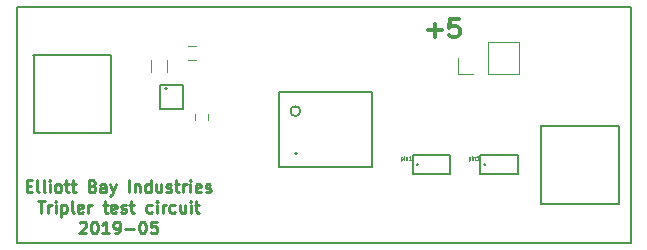
<source format=gto>
G04 #@! TF.GenerationSoftware,KiCad,Pcbnew,(5.0.1)-4*
G04 #@! TF.CreationDate,2019-05-20T12:55:45-07:00*
G04 #@! TF.ProjectId,Tripler_circuit,547269706C65725F636972637569742E,rev?*
G04 #@! TF.SameCoordinates,Original*
G04 #@! TF.FileFunction,Legend,Top*
G04 #@! TF.FilePolarity,Positive*
%FSLAX46Y46*%
G04 Gerber Fmt 4.6, Leading zero omitted, Abs format (unit mm)*
G04 Created by KiCad (PCBNEW (5.0.1)-4) date 5/20/2019 12:55:45 PM*
%MOMM*%
%LPD*%
G01*
G04 APERTURE LIST*
%ADD10C,0.300000*%
%ADD11C,0.250000*%
%ADD12C,0.200000*%
%ADD13C,0.150000*%
%ADD14C,0.120000*%
%ADD15C,0.050000*%
G04 APERTURE END LIST*
D10*
X134864285Y-84007142D02*
X136007142Y-84007142D01*
X135435714Y-84578571D02*
X135435714Y-83435714D01*
X137435714Y-83078571D02*
X136721428Y-83078571D01*
X136650000Y-83792857D01*
X136721428Y-83721428D01*
X136864285Y-83650000D01*
X137221428Y-83650000D01*
X137364285Y-83721428D01*
X137435714Y-83792857D01*
X137507142Y-83935714D01*
X137507142Y-84292857D01*
X137435714Y-84435714D01*
X137364285Y-84507142D01*
X137221428Y-84578571D01*
X136864285Y-84578571D01*
X136721428Y-84507142D01*
X136650000Y-84435714D01*
D11*
X100863095Y-97178571D02*
X101196428Y-97178571D01*
X101339285Y-97702380D02*
X100863095Y-97702380D01*
X100863095Y-96702380D01*
X101339285Y-96702380D01*
X101910714Y-97702380D02*
X101815476Y-97654761D01*
X101767857Y-97559523D01*
X101767857Y-96702380D01*
X102434523Y-97702380D02*
X102339285Y-97654761D01*
X102291666Y-97559523D01*
X102291666Y-96702380D01*
X102815476Y-97702380D02*
X102815476Y-97035714D01*
X102815476Y-96702380D02*
X102767857Y-96750000D01*
X102815476Y-96797619D01*
X102863095Y-96750000D01*
X102815476Y-96702380D01*
X102815476Y-96797619D01*
X103434523Y-97702380D02*
X103339285Y-97654761D01*
X103291666Y-97607142D01*
X103244047Y-97511904D01*
X103244047Y-97226190D01*
X103291666Y-97130952D01*
X103339285Y-97083333D01*
X103434523Y-97035714D01*
X103577380Y-97035714D01*
X103672619Y-97083333D01*
X103720238Y-97130952D01*
X103767857Y-97226190D01*
X103767857Y-97511904D01*
X103720238Y-97607142D01*
X103672619Y-97654761D01*
X103577380Y-97702380D01*
X103434523Y-97702380D01*
X104053571Y-97035714D02*
X104434523Y-97035714D01*
X104196428Y-96702380D02*
X104196428Y-97559523D01*
X104244047Y-97654761D01*
X104339285Y-97702380D01*
X104434523Y-97702380D01*
X104625000Y-97035714D02*
X105005952Y-97035714D01*
X104767857Y-96702380D02*
X104767857Y-97559523D01*
X104815476Y-97654761D01*
X104910714Y-97702380D01*
X105005952Y-97702380D01*
X106434523Y-97178571D02*
X106577380Y-97226190D01*
X106625000Y-97273809D01*
X106672619Y-97369047D01*
X106672619Y-97511904D01*
X106625000Y-97607142D01*
X106577380Y-97654761D01*
X106482142Y-97702380D01*
X106101190Y-97702380D01*
X106101190Y-96702380D01*
X106434523Y-96702380D01*
X106529761Y-96750000D01*
X106577380Y-96797619D01*
X106625000Y-96892857D01*
X106625000Y-96988095D01*
X106577380Y-97083333D01*
X106529761Y-97130952D01*
X106434523Y-97178571D01*
X106101190Y-97178571D01*
X107529761Y-97702380D02*
X107529761Y-97178571D01*
X107482142Y-97083333D01*
X107386904Y-97035714D01*
X107196428Y-97035714D01*
X107101190Y-97083333D01*
X107529761Y-97654761D02*
X107434523Y-97702380D01*
X107196428Y-97702380D01*
X107101190Y-97654761D01*
X107053571Y-97559523D01*
X107053571Y-97464285D01*
X107101190Y-97369047D01*
X107196428Y-97321428D01*
X107434523Y-97321428D01*
X107529761Y-97273809D01*
X107910714Y-97035714D02*
X108148809Y-97702380D01*
X108386904Y-97035714D02*
X108148809Y-97702380D01*
X108053571Y-97940476D01*
X108005952Y-97988095D01*
X107910714Y-98035714D01*
X109529761Y-97702380D02*
X109529761Y-96702380D01*
X110005952Y-97035714D02*
X110005952Y-97702380D01*
X110005952Y-97130952D02*
X110053571Y-97083333D01*
X110148809Y-97035714D01*
X110291666Y-97035714D01*
X110386904Y-97083333D01*
X110434523Y-97178571D01*
X110434523Y-97702380D01*
X111339285Y-97702380D02*
X111339285Y-96702380D01*
X111339285Y-97654761D02*
X111244047Y-97702380D01*
X111053571Y-97702380D01*
X110958333Y-97654761D01*
X110910714Y-97607142D01*
X110863095Y-97511904D01*
X110863095Y-97226190D01*
X110910714Y-97130952D01*
X110958333Y-97083333D01*
X111053571Y-97035714D01*
X111244047Y-97035714D01*
X111339285Y-97083333D01*
X112244047Y-97035714D02*
X112244047Y-97702380D01*
X111815476Y-97035714D02*
X111815476Y-97559523D01*
X111863095Y-97654761D01*
X111958333Y-97702380D01*
X112101190Y-97702380D01*
X112196428Y-97654761D01*
X112244047Y-97607142D01*
X112672619Y-97654761D02*
X112767857Y-97702380D01*
X112958333Y-97702380D01*
X113053571Y-97654761D01*
X113101190Y-97559523D01*
X113101190Y-97511904D01*
X113053571Y-97416666D01*
X112958333Y-97369047D01*
X112815476Y-97369047D01*
X112720238Y-97321428D01*
X112672619Y-97226190D01*
X112672619Y-97178571D01*
X112720238Y-97083333D01*
X112815476Y-97035714D01*
X112958333Y-97035714D01*
X113053571Y-97083333D01*
X113386904Y-97035714D02*
X113767857Y-97035714D01*
X113529761Y-96702380D02*
X113529761Y-97559523D01*
X113577380Y-97654761D01*
X113672619Y-97702380D01*
X113767857Y-97702380D01*
X114101190Y-97702380D02*
X114101190Y-97035714D01*
X114101190Y-97226190D02*
X114148809Y-97130952D01*
X114196428Y-97083333D01*
X114291666Y-97035714D01*
X114386904Y-97035714D01*
X114720238Y-97702380D02*
X114720238Y-97035714D01*
X114720238Y-96702380D02*
X114672619Y-96750000D01*
X114720238Y-96797619D01*
X114767857Y-96750000D01*
X114720238Y-96702380D01*
X114720238Y-96797619D01*
X115577380Y-97654761D02*
X115482142Y-97702380D01*
X115291666Y-97702380D01*
X115196428Y-97654761D01*
X115148809Y-97559523D01*
X115148809Y-97178571D01*
X115196428Y-97083333D01*
X115291666Y-97035714D01*
X115482142Y-97035714D01*
X115577380Y-97083333D01*
X115625000Y-97178571D01*
X115625000Y-97273809D01*
X115148809Y-97369047D01*
X116005952Y-97654761D02*
X116101190Y-97702380D01*
X116291666Y-97702380D01*
X116386904Y-97654761D01*
X116434523Y-97559523D01*
X116434523Y-97511904D01*
X116386904Y-97416666D01*
X116291666Y-97369047D01*
X116148809Y-97369047D01*
X116053571Y-97321428D01*
X116005952Y-97226190D01*
X116005952Y-97178571D01*
X116053571Y-97083333D01*
X116148809Y-97035714D01*
X116291666Y-97035714D01*
X116386904Y-97083333D01*
X101791666Y-98452380D02*
X102363095Y-98452380D01*
X102077380Y-99452380D02*
X102077380Y-98452380D01*
X102696428Y-99452380D02*
X102696428Y-98785714D01*
X102696428Y-98976190D02*
X102744047Y-98880952D01*
X102791666Y-98833333D01*
X102886904Y-98785714D01*
X102982142Y-98785714D01*
X103315476Y-99452380D02*
X103315476Y-98785714D01*
X103315476Y-98452380D02*
X103267857Y-98500000D01*
X103315476Y-98547619D01*
X103363095Y-98500000D01*
X103315476Y-98452380D01*
X103315476Y-98547619D01*
X103791666Y-98785714D02*
X103791666Y-99785714D01*
X103791666Y-98833333D02*
X103886904Y-98785714D01*
X104077380Y-98785714D01*
X104172619Y-98833333D01*
X104220238Y-98880952D01*
X104267857Y-98976190D01*
X104267857Y-99261904D01*
X104220238Y-99357142D01*
X104172619Y-99404761D01*
X104077380Y-99452380D01*
X103886904Y-99452380D01*
X103791666Y-99404761D01*
X104839285Y-99452380D02*
X104744047Y-99404761D01*
X104696428Y-99309523D01*
X104696428Y-98452380D01*
X105601190Y-99404761D02*
X105505952Y-99452380D01*
X105315476Y-99452380D01*
X105220238Y-99404761D01*
X105172619Y-99309523D01*
X105172619Y-98928571D01*
X105220238Y-98833333D01*
X105315476Y-98785714D01*
X105505952Y-98785714D01*
X105601190Y-98833333D01*
X105648809Y-98928571D01*
X105648809Y-99023809D01*
X105172619Y-99119047D01*
X106077380Y-99452380D02*
X106077380Y-98785714D01*
X106077380Y-98976190D02*
X106125000Y-98880952D01*
X106172619Y-98833333D01*
X106267857Y-98785714D01*
X106363095Y-98785714D01*
X107315476Y-98785714D02*
X107696428Y-98785714D01*
X107458333Y-98452380D02*
X107458333Y-99309523D01*
X107505952Y-99404761D01*
X107601190Y-99452380D01*
X107696428Y-99452380D01*
X108410714Y-99404761D02*
X108315476Y-99452380D01*
X108125000Y-99452380D01*
X108029761Y-99404761D01*
X107982142Y-99309523D01*
X107982142Y-98928571D01*
X108029761Y-98833333D01*
X108125000Y-98785714D01*
X108315476Y-98785714D01*
X108410714Y-98833333D01*
X108458333Y-98928571D01*
X108458333Y-99023809D01*
X107982142Y-99119047D01*
X108839285Y-99404761D02*
X108934523Y-99452380D01*
X109125000Y-99452380D01*
X109220238Y-99404761D01*
X109267857Y-99309523D01*
X109267857Y-99261904D01*
X109220238Y-99166666D01*
X109125000Y-99119047D01*
X108982142Y-99119047D01*
X108886904Y-99071428D01*
X108839285Y-98976190D01*
X108839285Y-98928571D01*
X108886904Y-98833333D01*
X108982142Y-98785714D01*
X109125000Y-98785714D01*
X109220238Y-98833333D01*
X109553571Y-98785714D02*
X109934523Y-98785714D01*
X109696428Y-98452380D02*
X109696428Y-99309523D01*
X109744047Y-99404761D01*
X109839285Y-99452380D01*
X109934523Y-99452380D01*
X111458333Y-99404761D02*
X111363095Y-99452380D01*
X111172619Y-99452380D01*
X111077380Y-99404761D01*
X111029761Y-99357142D01*
X110982142Y-99261904D01*
X110982142Y-98976190D01*
X111029761Y-98880952D01*
X111077380Y-98833333D01*
X111172619Y-98785714D01*
X111363095Y-98785714D01*
X111458333Y-98833333D01*
X111886904Y-99452380D02*
X111886904Y-98785714D01*
X111886904Y-98452380D02*
X111839285Y-98500000D01*
X111886904Y-98547619D01*
X111934523Y-98500000D01*
X111886904Y-98452380D01*
X111886904Y-98547619D01*
X112363095Y-99452380D02*
X112363095Y-98785714D01*
X112363095Y-98976190D02*
X112410714Y-98880952D01*
X112458333Y-98833333D01*
X112553571Y-98785714D01*
X112648809Y-98785714D01*
X113410714Y-99404761D02*
X113315476Y-99452380D01*
X113125000Y-99452380D01*
X113029761Y-99404761D01*
X112982142Y-99357142D01*
X112934523Y-99261904D01*
X112934523Y-98976190D01*
X112982142Y-98880952D01*
X113029761Y-98833333D01*
X113125000Y-98785714D01*
X113315476Y-98785714D01*
X113410714Y-98833333D01*
X114267857Y-98785714D02*
X114267857Y-99452380D01*
X113839285Y-98785714D02*
X113839285Y-99309523D01*
X113886904Y-99404761D01*
X113982142Y-99452380D01*
X114125000Y-99452380D01*
X114220238Y-99404761D01*
X114267857Y-99357142D01*
X114744047Y-99452380D02*
X114744047Y-98785714D01*
X114744047Y-98452380D02*
X114696428Y-98500000D01*
X114744047Y-98547619D01*
X114791666Y-98500000D01*
X114744047Y-98452380D01*
X114744047Y-98547619D01*
X115077380Y-98785714D02*
X115458333Y-98785714D01*
X115220238Y-98452380D02*
X115220238Y-99309523D01*
X115267857Y-99404761D01*
X115363095Y-99452380D01*
X115458333Y-99452380D01*
X105339285Y-100297619D02*
X105386904Y-100250000D01*
X105482142Y-100202380D01*
X105720238Y-100202380D01*
X105815476Y-100250000D01*
X105863095Y-100297619D01*
X105910714Y-100392857D01*
X105910714Y-100488095D01*
X105863095Y-100630952D01*
X105291666Y-101202380D01*
X105910714Y-101202380D01*
X106529761Y-100202380D02*
X106625000Y-100202380D01*
X106720238Y-100250000D01*
X106767857Y-100297619D01*
X106815476Y-100392857D01*
X106863095Y-100583333D01*
X106863095Y-100821428D01*
X106815476Y-101011904D01*
X106767857Y-101107142D01*
X106720238Y-101154761D01*
X106625000Y-101202380D01*
X106529761Y-101202380D01*
X106434523Y-101154761D01*
X106386904Y-101107142D01*
X106339285Y-101011904D01*
X106291666Y-100821428D01*
X106291666Y-100583333D01*
X106339285Y-100392857D01*
X106386904Y-100297619D01*
X106434523Y-100250000D01*
X106529761Y-100202380D01*
X107815476Y-101202380D02*
X107244047Y-101202380D01*
X107529761Y-101202380D02*
X107529761Y-100202380D01*
X107434523Y-100345238D01*
X107339285Y-100440476D01*
X107244047Y-100488095D01*
X108291666Y-101202380D02*
X108482142Y-101202380D01*
X108577380Y-101154761D01*
X108625000Y-101107142D01*
X108720238Y-100964285D01*
X108767857Y-100773809D01*
X108767857Y-100392857D01*
X108720238Y-100297619D01*
X108672619Y-100250000D01*
X108577380Y-100202380D01*
X108386904Y-100202380D01*
X108291666Y-100250000D01*
X108244047Y-100297619D01*
X108196428Y-100392857D01*
X108196428Y-100630952D01*
X108244047Y-100726190D01*
X108291666Y-100773809D01*
X108386904Y-100821428D01*
X108577380Y-100821428D01*
X108672619Y-100773809D01*
X108720238Y-100726190D01*
X108767857Y-100630952D01*
X109196428Y-100821428D02*
X109958333Y-100821428D01*
X110625000Y-100202380D02*
X110720238Y-100202380D01*
X110815476Y-100250000D01*
X110863095Y-100297619D01*
X110910714Y-100392857D01*
X110958333Y-100583333D01*
X110958333Y-100821428D01*
X110910714Y-101011904D01*
X110863095Y-101107142D01*
X110815476Y-101154761D01*
X110720238Y-101202380D01*
X110625000Y-101202380D01*
X110529761Y-101154761D01*
X110482142Y-101107142D01*
X110434523Y-101011904D01*
X110386904Y-100821428D01*
X110386904Y-100583333D01*
X110434523Y-100392857D01*
X110482142Y-100297619D01*
X110529761Y-100250000D01*
X110625000Y-100202380D01*
X111863095Y-100202380D02*
X111386904Y-100202380D01*
X111339285Y-100678571D01*
X111386904Y-100630952D01*
X111482142Y-100583333D01*
X111720238Y-100583333D01*
X111815476Y-100630952D01*
X111863095Y-100678571D01*
X111910714Y-100773809D01*
X111910714Y-101011904D01*
X111863095Y-101107142D01*
X111815476Y-101154761D01*
X111720238Y-101202380D01*
X111482142Y-101202380D01*
X111386904Y-101154761D01*
X111339285Y-101107142D01*
D12*
X152000000Y-82000000D02*
X100000000Y-82000000D01*
X152000000Y-102000000D02*
X152000000Y-82000000D01*
X100000000Y-102000000D02*
X152000000Y-102000000D01*
X100000000Y-82000000D02*
X100000000Y-102000000D01*
D13*
G04 #@! TO.C,U1*
X130075000Y-89215000D02*
X130075000Y-95565000D01*
X130075000Y-95565000D02*
X122205000Y-95565000D01*
X122205000Y-95565000D02*
X122205000Y-89215000D01*
X122205000Y-89215000D02*
X130075000Y-89215000D01*
X124018688Y-90850000D02*
G75*
G03X124018688Y-90850000I-418688J0D01*
G01*
X123736158Y-94460000D02*
G75*
G03X123736158Y-94460000I-76158J0D01*
G01*
G04 #@! TO.C,CON1*
X101440000Y-86070000D02*
X101440000Y-92720000D01*
X101440000Y-92720000D02*
X108020000Y-92720000D01*
X108020000Y-92720000D02*
X108020000Y-86080000D01*
X108020000Y-86080000D02*
X101420000Y-86080000D01*
G04 #@! TO.C,CON2*
X150990000Y-92070000D02*
X144390000Y-92070000D01*
X150990000Y-98710000D02*
X150990000Y-92070000D01*
X144410000Y-98710000D02*
X150990000Y-98710000D01*
X144410000Y-92060000D02*
X144410000Y-98710000D01*
G04 #@! TO.C,U3*
X133530000Y-94580000D02*
X133530000Y-96180000D01*
X133530000Y-96180000D02*
X136730000Y-96180000D01*
X136730000Y-96180000D02*
X136730000Y-94580000D01*
X136730000Y-94580000D02*
X133530000Y-94580000D01*
X133992111Y-95390000D02*
G75*
G03X133992111Y-95390000I-72111J0D01*
G01*
G04 #@! TO.C,U5*
X139712111Y-95380000D02*
G75*
G03X139712111Y-95380000I-72111J0D01*
G01*
X142450000Y-94570000D02*
X139250000Y-94570000D01*
X142450000Y-96170000D02*
X142450000Y-94570000D01*
X139250000Y-96170000D02*
X142450000Y-96170000D01*
X139250000Y-94570000D02*
X139250000Y-96170000D01*
D14*
G04 #@! TO.C,C2*
X114475000Y-85350000D02*
X115175000Y-85350000D01*
X115175000Y-86550000D02*
X114475000Y-86550000D01*
G04 #@! TO.C,R1*
X111345000Y-87500000D02*
X111345000Y-86500000D01*
X112705000Y-86500000D02*
X112705000Y-87500000D01*
G04 #@! TO.C,R2*
X116180000Y-91600000D02*
X116180000Y-91100000D01*
X115120000Y-91100000D02*
X115120000Y-91600000D01*
D13*
G04 #@! TO.C,U2*
X112731023Y-88940000D02*
G75*
G03X112731023Y-88940000I-86023J0D01*
G01*
X112125000Y-90650000D02*
X114125000Y-90650000D01*
X114125000Y-90650000D02*
X114125000Y-88650000D01*
X114125000Y-88650000D02*
X112125000Y-88650000D01*
X112125000Y-88650000D02*
X112125000Y-90650000D01*
D14*
G04 #@! TO.C,J1*
X142554000Y-87690000D02*
X142554000Y-85030000D01*
X139954000Y-87690000D02*
X142554000Y-87690000D01*
X139954000Y-85030000D02*
X142554000Y-85030000D01*
X139954000Y-87690000D02*
X139954000Y-85030000D01*
X138684000Y-87690000D02*
X137354000Y-87690000D01*
X137354000Y-87690000D02*
X137354000Y-86360000D01*
G04 #@! TD*
G04 #@! TO.C,U3*
D15*
X132545714Y-94755714D02*
X132545714Y-95055714D01*
X132545714Y-94770000D02*
X132574285Y-94755714D01*
X132631428Y-94755714D01*
X132660000Y-94770000D01*
X132674285Y-94784285D01*
X132688571Y-94812857D01*
X132688571Y-94898571D01*
X132674285Y-94927142D01*
X132660000Y-94941428D01*
X132631428Y-94955714D01*
X132574285Y-94955714D01*
X132545714Y-94941428D01*
X132817142Y-94955714D02*
X132817142Y-94755714D01*
X132817142Y-94655714D02*
X132802857Y-94670000D01*
X132817142Y-94684285D01*
X132831428Y-94670000D01*
X132817142Y-94655714D01*
X132817142Y-94684285D01*
X132960000Y-94755714D02*
X132960000Y-94955714D01*
X132960000Y-94784285D02*
X132974285Y-94770000D01*
X133002857Y-94755714D01*
X133045714Y-94755714D01*
X133074285Y-94770000D01*
X133088571Y-94798571D01*
X133088571Y-94955714D01*
X133388571Y-94955714D02*
X133217142Y-94955714D01*
X133302857Y-94955714D02*
X133302857Y-94655714D01*
X133274285Y-94698571D01*
X133245714Y-94727142D01*
X133217142Y-94741428D01*
G04 #@! TO.C,U5*
X138265714Y-94745714D02*
X138265714Y-95045714D01*
X138265714Y-94760000D02*
X138294285Y-94745714D01*
X138351428Y-94745714D01*
X138380000Y-94760000D01*
X138394285Y-94774285D01*
X138408571Y-94802857D01*
X138408571Y-94888571D01*
X138394285Y-94917142D01*
X138380000Y-94931428D01*
X138351428Y-94945714D01*
X138294285Y-94945714D01*
X138265714Y-94931428D01*
X138537142Y-94945714D02*
X138537142Y-94745714D01*
X138537142Y-94645714D02*
X138522857Y-94660000D01*
X138537142Y-94674285D01*
X138551428Y-94660000D01*
X138537142Y-94645714D01*
X138537142Y-94674285D01*
X138680000Y-94745714D02*
X138680000Y-94945714D01*
X138680000Y-94774285D02*
X138694285Y-94760000D01*
X138722857Y-94745714D01*
X138765714Y-94745714D01*
X138794285Y-94760000D01*
X138808571Y-94788571D01*
X138808571Y-94945714D01*
X139108571Y-94945714D02*
X138937142Y-94945714D01*
X139022857Y-94945714D02*
X139022857Y-94645714D01*
X138994285Y-94688571D01*
X138965714Y-94717142D01*
X138937142Y-94731428D01*
G04 #@! TD*
M02*

</source>
